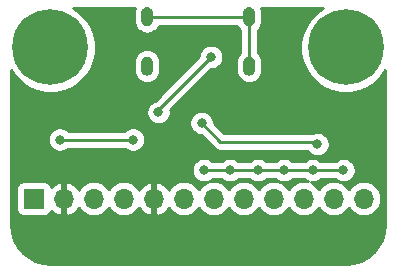
<source format=gbr>
G04 #@! TF.GenerationSoftware,KiCad,Pcbnew,(5.1.2-1)-1*
G04 #@! TF.CreationDate,2020-04-25T00:14:51+02:00*
G04 #@! TF.ProjectId,USB-C-USB-2.0,5553422d-432d-4555-9342-2d322e302e6b,rev?*
G04 #@! TF.SameCoordinates,Original*
G04 #@! TF.FileFunction,Copper,L2,Bot*
G04 #@! TF.FilePolarity,Positive*
%FSLAX46Y46*%
G04 Gerber Fmt 4.6, Leading zero omitted, Abs format (unit mm)*
G04 Created by KiCad (PCBNEW (5.1.2-1)-1) date 2020-04-25 00:14:51*
%MOMM*%
%LPD*%
G04 APERTURE LIST*
%ADD10O,1.700000X1.700000*%
%ADD11R,1.700000X1.700000*%
%ADD12C,0.100000*%
%ADD13C,1.000000*%
%ADD14C,6.400000*%
%ADD15C,0.800000*%
%ADD16C,0.250000*%
%ADD17C,0.254000*%
G04 APERTURE END LIST*
D10*
X68340000Y-77200000D03*
X65800000Y-77200000D03*
X63260000Y-77200000D03*
X60720000Y-77200000D03*
X58180000Y-77200000D03*
X55640000Y-77200000D03*
X53100000Y-77200000D03*
X50560000Y-77200000D03*
X48020000Y-77200000D03*
X45480000Y-77200000D03*
X42940000Y-77200000D03*
D11*
X40400000Y-77200000D03*
D12*
G36*
X58669010Y-61002408D02*
G01*
X58717546Y-61009607D01*
X58765143Y-61021530D01*
X58811343Y-61038060D01*
X58855699Y-61059039D01*
X58897786Y-61084265D01*
X58937198Y-61113495D01*
X58973554Y-61146447D01*
X59006506Y-61182803D01*
X59035736Y-61222215D01*
X59060962Y-61264302D01*
X59081941Y-61308658D01*
X59098471Y-61354858D01*
X59110394Y-61402455D01*
X59117593Y-61450991D01*
X59120001Y-61500000D01*
X59120001Y-62100000D01*
X59117593Y-62149009D01*
X59110394Y-62197545D01*
X59098471Y-62245142D01*
X59081941Y-62291342D01*
X59060962Y-62335698D01*
X59035736Y-62377785D01*
X59006506Y-62417197D01*
X58973554Y-62453553D01*
X58937198Y-62486505D01*
X58897786Y-62515735D01*
X58855699Y-62540961D01*
X58811343Y-62561940D01*
X58765143Y-62578470D01*
X58717546Y-62590393D01*
X58669010Y-62597592D01*
X58620001Y-62600000D01*
X58619999Y-62600000D01*
X58570990Y-62597592D01*
X58522454Y-62590393D01*
X58474857Y-62578470D01*
X58428657Y-62561940D01*
X58384301Y-62540961D01*
X58342214Y-62515735D01*
X58302802Y-62486505D01*
X58266446Y-62453553D01*
X58233494Y-62417197D01*
X58204264Y-62377785D01*
X58179038Y-62335698D01*
X58158059Y-62291342D01*
X58141529Y-62245142D01*
X58129606Y-62197545D01*
X58122407Y-62149009D01*
X58119999Y-62100000D01*
X58119999Y-61500000D01*
X58122407Y-61450991D01*
X58129606Y-61402455D01*
X58141529Y-61354858D01*
X58158059Y-61308658D01*
X58179038Y-61264302D01*
X58204264Y-61222215D01*
X58233494Y-61182803D01*
X58266446Y-61146447D01*
X58302802Y-61113495D01*
X58342214Y-61084265D01*
X58384301Y-61059039D01*
X58428657Y-61038060D01*
X58474857Y-61021530D01*
X58522454Y-61009607D01*
X58570990Y-61002408D01*
X58619999Y-61000000D01*
X58620001Y-61000000D01*
X58669010Y-61002408D01*
X58669010Y-61002408D01*
G37*
D13*
X58620000Y-61800000D03*
D12*
G36*
X50029010Y-61002408D02*
G01*
X50077546Y-61009607D01*
X50125143Y-61021530D01*
X50171343Y-61038060D01*
X50215699Y-61059039D01*
X50257786Y-61084265D01*
X50297198Y-61113495D01*
X50333554Y-61146447D01*
X50366506Y-61182803D01*
X50395736Y-61222215D01*
X50420962Y-61264302D01*
X50441941Y-61308658D01*
X50458471Y-61354858D01*
X50470394Y-61402455D01*
X50477593Y-61450991D01*
X50480001Y-61500000D01*
X50480001Y-62100000D01*
X50477593Y-62149009D01*
X50470394Y-62197545D01*
X50458471Y-62245142D01*
X50441941Y-62291342D01*
X50420962Y-62335698D01*
X50395736Y-62377785D01*
X50366506Y-62417197D01*
X50333554Y-62453553D01*
X50297198Y-62486505D01*
X50257786Y-62515735D01*
X50215699Y-62540961D01*
X50171343Y-62561940D01*
X50125143Y-62578470D01*
X50077546Y-62590393D01*
X50029010Y-62597592D01*
X49980001Y-62600000D01*
X49979999Y-62600000D01*
X49930990Y-62597592D01*
X49882454Y-62590393D01*
X49834857Y-62578470D01*
X49788657Y-62561940D01*
X49744301Y-62540961D01*
X49702214Y-62515735D01*
X49662802Y-62486505D01*
X49626446Y-62453553D01*
X49593494Y-62417197D01*
X49564264Y-62377785D01*
X49539038Y-62335698D01*
X49518059Y-62291342D01*
X49501529Y-62245142D01*
X49489606Y-62197545D01*
X49482407Y-62149009D01*
X49479999Y-62100000D01*
X49479999Y-61500000D01*
X49482407Y-61450991D01*
X49489606Y-61402455D01*
X49501529Y-61354858D01*
X49518059Y-61308658D01*
X49539038Y-61264302D01*
X49564264Y-61222215D01*
X49593494Y-61182803D01*
X49626446Y-61146447D01*
X49662802Y-61113495D01*
X49702214Y-61084265D01*
X49744301Y-61059039D01*
X49788657Y-61038060D01*
X49834857Y-61021530D01*
X49882454Y-61009607D01*
X49930990Y-61002408D01*
X49979999Y-61000000D01*
X49980001Y-61000000D01*
X50029010Y-61002408D01*
X50029010Y-61002408D01*
G37*
D13*
X49980000Y-61800000D03*
D12*
G36*
X50029010Y-65182408D02*
G01*
X50077546Y-65189607D01*
X50125143Y-65201530D01*
X50171343Y-65218060D01*
X50215699Y-65239039D01*
X50257786Y-65264265D01*
X50297198Y-65293495D01*
X50333554Y-65326447D01*
X50366506Y-65362803D01*
X50395736Y-65402215D01*
X50420962Y-65444302D01*
X50441941Y-65488658D01*
X50458471Y-65534858D01*
X50470394Y-65582455D01*
X50477593Y-65630991D01*
X50480001Y-65680000D01*
X50480001Y-66280000D01*
X50477593Y-66329009D01*
X50470394Y-66377545D01*
X50458471Y-66425142D01*
X50441941Y-66471342D01*
X50420962Y-66515698D01*
X50395736Y-66557785D01*
X50366506Y-66597197D01*
X50333554Y-66633553D01*
X50297198Y-66666505D01*
X50257786Y-66695735D01*
X50215699Y-66720961D01*
X50171343Y-66741940D01*
X50125143Y-66758470D01*
X50077546Y-66770393D01*
X50029010Y-66777592D01*
X49980001Y-66780000D01*
X49979999Y-66780000D01*
X49930990Y-66777592D01*
X49882454Y-66770393D01*
X49834857Y-66758470D01*
X49788657Y-66741940D01*
X49744301Y-66720961D01*
X49702214Y-66695735D01*
X49662802Y-66666505D01*
X49626446Y-66633553D01*
X49593494Y-66597197D01*
X49564264Y-66557785D01*
X49539038Y-66515698D01*
X49518059Y-66471342D01*
X49501529Y-66425142D01*
X49489606Y-66377545D01*
X49482407Y-66329009D01*
X49479999Y-66280000D01*
X49479999Y-65680000D01*
X49482407Y-65630991D01*
X49489606Y-65582455D01*
X49501529Y-65534858D01*
X49518059Y-65488658D01*
X49539038Y-65444302D01*
X49564264Y-65402215D01*
X49593494Y-65362803D01*
X49626446Y-65326447D01*
X49662802Y-65293495D01*
X49702214Y-65264265D01*
X49744301Y-65239039D01*
X49788657Y-65218060D01*
X49834857Y-65201530D01*
X49882454Y-65189607D01*
X49930990Y-65182408D01*
X49979999Y-65180000D01*
X49980001Y-65180000D01*
X50029010Y-65182408D01*
X50029010Y-65182408D01*
G37*
D13*
X49980000Y-65980000D03*
D12*
G36*
X58669010Y-65182408D02*
G01*
X58717546Y-65189607D01*
X58765143Y-65201530D01*
X58811343Y-65218060D01*
X58855699Y-65239039D01*
X58897786Y-65264265D01*
X58937198Y-65293495D01*
X58973554Y-65326447D01*
X59006506Y-65362803D01*
X59035736Y-65402215D01*
X59060962Y-65444302D01*
X59081941Y-65488658D01*
X59098471Y-65534858D01*
X59110394Y-65582455D01*
X59117593Y-65630991D01*
X59120001Y-65680000D01*
X59120001Y-66280000D01*
X59117593Y-66329009D01*
X59110394Y-66377545D01*
X59098471Y-66425142D01*
X59081941Y-66471342D01*
X59060962Y-66515698D01*
X59035736Y-66557785D01*
X59006506Y-66597197D01*
X58973554Y-66633553D01*
X58937198Y-66666505D01*
X58897786Y-66695735D01*
X58855699Y-66720961D01*
X58811343Y-66741940D01*
X58765143Y-66758470D01*
X58717546Y-66770393D01*
X58669010Y-66777592D01*
X58620001Y-66780000D01*
X58619999Y-66780000D01*
X58570990Y-66777592D01*
X58522454Y-66770393D01*
X58474857Y-66758470D01*
X58428657Y-66741940D01*
X58384301Y-66720961D01*
X58342214Y-66695735D01*
X58302802Y-66666505D01*
X58266446Y-66633553D01*
X58233494Y-66597197D01*
X58204264Y-66557785D01*
X58179038Y-66515698D01*
X58158059Y-66471342D01*
X58141529Y-66425142D01*
X58129606Y-66377545D01*
X58122407Y-66329009D01*
X58119999Y-66280000D01*
X58119999Y-65680000D01*
X58122407Y-65630991D01*
X58129606Y-65582455D01*
X58141529Y-65534858D01*
X58158059Y-65488658D01*
X58179038Y-65444302D01*
X58204264Y-65402215D01*
X58233494Y-65362803D01*
X58266446Y-65326447D01*
X58302802Y-65293495D01*
X58342214Y-65264265D01*
X58384301Y-65239039D01*
X58428657Y-65218060D01*
X58474857Y-65201530D01*
X58522454Y-65189607D01*
X58570990Y-65182408D01*
X58619999Y-65180000D01*
X58620001Y-65180000D01*
X58669010Y-65182408D01*
X58669010Y-65182408D01*
G37*
D13*
X58620000Y-65980000D03*
D14*
X66800000Y-64400000D03*
D15*
X43497056Y-62702944D03*
X41800000Y-62000000D03*
X40102944Y-62702944D03*
X39400000Y-64400000D03*
X40102944Y-66097056D03*
X41800000Y-66800000D03*
X43497056Y-66097056D03*
X44200000Y-64400000D03*
D14*
X41800000Y-64400000D03*
D15*
X53900000Y-73900000D03*
X43100000Y-73850000D03*
D13*
X52400000Y-65200000D03*
X56800000Y-65200000D03*
D15*
X55400000Y-65200000D03*
X50941904Y-69887510D03*
X48800000Y-72200000D03*
X42600000Y-72200000D03*
X57000000Y-74800000D03*
X59400000Y-74800000D03*
X61600000Y-74800000D03*
X64000000Y-74800000D03*
X66600000Y-74800000D03*
X54800000Y-74800000D03*
X64400000Y-72600000D03*
X54600000Y-70800000D03*
D16*
X55400000Y-65200000D02*
X50941904Y-69658096D01*
X50941904Y-69658096D02*
X50941904Y-69887510D01*
X42600000Y-72200000D02*
X48800000Y-72200000D01*
X56800000Y-74800000D02*
X57000000Y-74800000D01*
X57000000Y-74800000D02*
X59400000Y-74800000D01*
X59400000Y-74800000D02*
X60800000Y-74800000D01*
X60800000Y-74800000D02*
X61600000Y-74800000D01*
X61600000Y-74800000D02*
X64000000Y-74800000D01*
X64000000Y-74800000D02*
X66600000Y-74800000D01*
X57000000Y-74800000D02*
X56434315Y-74800000D01*
X56434315Y-74800000D02*
X54800000Y-74800000D01*
X58620000Y-61800000D02*
X49980000Y-61800000D01*
X58620000Y-65600000D02*
X58620000Y-61800000D01*
X64200000Y-72400000D02*
X64400000Y-72600000D01*
X62673002Y-72400000D02*
X64200000Y-72400000D01*
X62673002Y-72400000D02*
X56200000Y-72400000D01*
X56200000Y-72400000D02*
X54600000Y-70800000D01*
D17*
G36*
X48928558Y-61064479D02*
G01*
X48863795Y-61277973D01*
X48841927Y-61500000D01*
X48841927Y-62100000D01*
X48863795Y-62322027D01*
X48928558Y-62535521D01*
X49033727Y-62732279D01*
X49175261Y-62904738D01*
X49347720Y-63046272D01*
X49544478Y-63151441D01*
X49757972Y-63216204D01*
X49979999Y-63238072D01*
X49980001Y-63238072D01*
X50202028Y-63216204D01*
X50415522Y-63151441D01*
X50612280Y-63046272D01*
X50784739Y-62904738D01*
X50926273Y-62732279D01*
X51018358Y-62560000D01*
X57581642Y-62560000D01*
X57673727Y-62732279D01*
X57815261Y-62904738D01*
X57860001Y-62941455D01*
X57860000Y-64838545D01*
X57815261Y-64875262D01*
X57673727Y-65047721D01*
X57568558Y-65244479D01*
X57503795Y-65457973D01*
X57481927Y-65680000D01*
X57481927Y-66280000D01*
X57503795Y-66502027D01*
X57568558Y-66715521D01*
X57673727Y-66912279D01*
X57815261Y-67084738D01*
X57987720Y-67226272D01*
X58184478Y-67331441D01*
X58397972Y-67396204D01*
X58619999Y-67418072D01*
X58620001Y-67418072D01*
X58842028Y-67396204D01*
X59055522Y-67331441D01*
X59252280Y-67226272D01*
X59424739Y-67084738D01*
X59566273Y-66912279D01*
X59671442Y-66715521D01*
X59736205Y-66502027D01*
X59758073Y-66280000D01*
X59758073Y-65680000D01*
X59736205Y-65457973D01*
X59671442Y-65244479D01*
X59566273Y-65047721D01*
X59424739Y-64875262D01*
X59380000Y-64838546D01*
X59380000Y-62941454D01*
X59424739Y-62904738D01*
X59566273Y-62732279D01*
X59671442Y-62535521D01*
X59736205Y-62322027D01*
X59758073Y-62100000D01*
X59758073Y-61500000D01*
X59736205Y-61277973D01*
X59671442Y-61064479D01*
X59669048Y-61060000D01*
X64895845Y-61060000D01*
X64355330Y-61421161D01*
X63821161Y-61955330D01*
X63401467Y-62583446D01*
X63112377Y-63281372D01*
X62965000Y-64022285D01*
X62965000Y-64777715D01*
X63112377Y-65518628D01*
X63401467Y-66216554D01*
X63821161Y-66844670D01*
X64355330Y-67378839D01*
X64983446Y-67798533D01*
X65681372Y-68087623D01*
X66422285Y-68235000D01*
X67177715Y-68235000D01*
X67918628Y-68087623D01*
X68616554Y-67798533D01*
X69244670Y-67378839D01*
X69778839Y-66844670D01*
X70140001Y-66304153D01*
X70140000Y-79367721D01*
X70073286Y-80048126D01*
X69885057Y-80671570D01*
X69579323Y-81246573D01*
X69167721Y-81751248D01*
X68665933Y-82166362D01*
X68093077Y-82476104D01*
X67470961Y-82668682D01*
X66792417Y-82740000D01*
X41832279Y-82740000D01*
X41151874Y-82673286D01*
X40528430Y-82485057D01*
X39953427Y-82179323D01*
X39448752Y-81767721D01*
X39033638Y-81265933D01*
X38723896Y-80693077D01*
X38531318Y-80070961D01*
X38460000Y-79392417D01*
X38460000Y-76350000D01*
X38911928Y-76350000D01*
X38911928Y-78050000D01*
X38924188Y-78174482D01*
X38960498Y-78294180D01*
X39019463Y-78404494D01*
X39098815Y-78501185D01*
X39195506Y-78580537D01*
X39305820Y-78639502D01*
X39425518Y-78675812D01*
X39550000Y-78688072D01*
X41250000Y-78688072D01*
X41374482Y-78675812D01*
X41494180Y-78639502D01*
X41604494Y-78580537D01*
X41701185Y-78501185D01*
X41780537Y-78404494D01*
X41839502Y-78294180D01*
X41863966Y-78213534D01*
X41939731Y-78297588D01*
X42173080Y-78471641D01*
X42435901Y-78596825D01*
X42583110Y-78641476D01*
X42813000Y-78520155D01*
X42813000Y-77327000D01*
X42793000Y-77327000D01*
X42793000Y-77073000D01*
X42813000Y-77073000D01*
X42813000Y-75879845D01*
X43067000Y-75879845D01*
X43067000Y-77073000D01*
X43087000Y-77073000D01*
X43087000Y-77327000D01*
X43067000Y-77327000D01*
X43067000Y-78520155D01*
X43296890Y-78641476D01*
X43444099Y-78596825D01*
X43706920Y-78471641D01*
X43940269Y-78297588D01*
X44135178Y-78081355D01*
X44204799Y-77964477D01*
X44239294Y-78029014D01*
X44424866Y-78255134D01*
X44650986Y-78440706D01*
X44908966Y-78578599D01*
X45188889Y-78663513D01*
X45407050Y-78685000D01*
X45552950Y-78685000D01*
X45771111Y-78663513D01*
X46051034Y-78578599D01*
X46309014Y-78440706D01*
X46535134Y-78255134D01*
X46720706Y-78029014D01*
X46750000Y-77974209D01*
X46779294Y-78029014D01*
X46964866Y-78255134D01*
X47190986Y-78440706D01*
X47448966Y-78578599D01*
X47728889Y-78663513D01*
X47947050Y-78685000D01*
X48092950Y-78685000D01*
X48311111Y-78663513D01*
X48591034Y-78578599D01*
X48849014Y-78440706D01*
X49075134Y-78255134D01*
X49260706Y-78029014D01*
X49295201Y-77964477D01*
X49364822Y-78081355D01*
X49559731Y-78297588D01*
X49793080Y-78471641D01*
X50055901Y-78596825D01*
X50203110Y-78641476D01*
X50433000Y-78520155D01*
X50433000Y-77327000D01*
X50413000Y-77327000D01*
X50413000Y-77073000D01*
X50433000Y-77073000D01*
X50433000Y-75879845D01*
X50687000Y-75879845D01*
X50687000Y-77073000D01*
X50707000Y-77073000D01*
X50707000Y-77327000D01*
X50687000Y-77327000D01*
X50687000Y-78520155D01*
X50916890Y-78641476D01*
X51064099Y-78596825D01*
X51326920Y-78471641D01*
X51560269Y-78297588D01*
X51755178Y-78081355D01*
X51824799Y-77964477D01*
X51859294Y-78029014D01*
X52044866Y-78255134D01*
X52270986Y-78440706D01*
X52528966Y-78578599D01*
X52808889Y-78663513D01*
X53027050Y-78685000D01*
X53172950Y-78685000D01*
X53391111Y-78663513D01*
X53671034Y-78578599D01*
X53929014Y-78440706D01*
X54155134Y-78255134D01*
X54340706Y-78029014D01*
X54370000Y-77974209D01*
X54399294Y-78029014D01*
X54584866Y-78255134D01*
X54810986Y-78440706D01*
X55068966Y-78578599D01*
X55348889Y-78663513D01*
X55567050Y-78685000D01*
X55712950Y-78685000D01*
X55931111Y-78663513D01*
X56211034Y-78578599D01*
X56469014Y-78440706D01*
X56695134Y-78255134D01*
X56880706Y-78029014D01*
X56910000Y-77974209D01*
X56939294Y-78029014D01*
X57124866Y-78255134D01*
X57350986Y-78440706D01*
X57608966Y-78578599D01*
X57888889Y-78663513D01*
X58107050Y-78685000D01*
X58252950Y-78685000D01*
X58471111Y-78663513D01*
X58751034Y-78578599D01*
X59009014Y-78440706D01*
X59235134Y-78255134D01*
X59420706Y-78029014D01*
X59450000Y-77974209D01*
X59479294Y-78029014D01*
X59664866Y-78255134D01*
X59890986Y-78440706D01*
X60148966Y-78578599D01*
X60428889Y-78663513D01*
X60647050Y-78685000D01*
X60792950Y-78685000D01*
X61011111Y-78663513D01*
X61291034Y-78578599D01*
X61549014Y-78440706D01*
X61775134Y-78255134D01*
X61960706Y-78029014D01*
X61990000Y-77974209D01*
X62019294Y-78029014D01*
X62204866Y-78255134D01*
X62430986Y-78440706D01*
X62688966Y-78578599D01*
X62968889Y-78663513D01*
X63187050Y-78685000D01*
X63332950Y-78685000D01*
X63551111Y-78663513D01*
X63831034Y-78578599D01*
X64089014Y-78440706D01*
X64315134Y-78255134D01*
X64500706Y-78029014D01*
X64530000Y-77974209D01*
X64559294Y-78029014D01*
X64744866Y-78255134D01*
X64970986Y-78440706D01*
X65228966Y-78578599D01*
X65508889Y-78663513D01*
X65727050Y-78685000D01*
X65872950Y-78685000D01*
X66091111Y-78663513D01*
X66371034Y-78578599D01*
X66629014Y-78440706D01*
X66855134Y-78255134D01*
X67040706Y-78029014D01*
X67070000Y-77974209D01*
X67099294Y-78029014D01*
X67284866Y-78255134D01*
X67510986Y-78440706D01*
X67768966Y-78578599D01*
X68048889Y-78663513D01*
X68267050Y-78685000D01*
X68412950Y-78685000D01*
X68631111Y-78663513D01*
X68911034Y-78578599D01*
X69169014Y-78440706D01*
X69395134Y-78255134D01*
X69580706Y-78029014D01*
X69718599Y-77771034D01*
X69803513Y-77491111D01*
X69832185Y-77200000D01*
X69803513Y-76908889D01*
X69718599Y-76628966D01*
X69580706Y-76370986D01*
X69395134Y-76144866D01*
X69169014Y-75959294D01*
X68911034Y-75821401D01*
X68631111Y-75736487D01*
X68412950Y-75715000D01*
X68267050Y-75715000D01*
X68048889Y-75736487D01*
X67768966Y-75821401D01*
X67510986Y-75959294D01*
X67284866Y-76144866D01*
X67099294Y-76370986D01*
X67070000Y-76425791D01*
X67040706Y-76370986D01*
X66855134Y-76144866D01*
X66629014Y-75959294D01*
X66371034Y-75821401D01*
X66091111Y-75736487D01*
X65872950Y-75715000D01*
X65727050Y-75715000D01*
X65508889Y-75736487D01*
X65228966Y-75821401D01*
X64970986Y-75959294D01*
X64744866Y-76144866D01*
X64559294Y-76370986D01*
X64530000Y-76425791D01*
X64500706Y-76370986D01*
X64315134Y-76144866D01*
X64089014Y-75959294D01*
X63831828Y-75821826D01*
X63898061Y-75835000D01*
X64101939Y-75835000D01*
X64301898Y-75795226D01*
X64490256Y-75717205D01*
X64659774Y-75603937D01*
X64703711Y-75560000D01*
X65896289Y-75560000D01*
X65940226Y-75603937D01*
X66109744Y-75717205D01*
X66298102Y-75795226D01*
X66498061Y-75835000D01*
X66701939Y-75835000D01*
X66901898Y-75795226D01*
X67090256Y-75717205D01*
X67259774Y-75603937D01*
X67403937Y-75459774D01*
X67517205Y-75290256D01*
X67595226Y-75101898D01*
X67635000Y-74901939D01*
X67635000Y-74698061D01*
X67595226Y-74498102D01*
X67517205Y-74309744D01*
X67403937Y-74140226D01*
X67259774Y-73996063D01*
X67090256Y-73882795D01*
X66901898Y-73804774D01*
X66701939Y-73765000D01*
X66498061Y-73765000D01*
X66298102Y-73804774D01*
X66109744Y-73882795D01*
X65940226Y-73996063D01*
X65896289Y-74040000D01*
X64703711Y-74040000D01*
X64659774Y-73996063D01*
X64490256Y-73882795D01*
X64301898Y-73804774D01*
X64101939Y-73765000D01*
X63898061Y-73765000D01*
X63698102Y-73804774D01*
X63509744Y-73882795D01*
X63340226Y-73996063D01*
X63296289Y-74040000D01*
X62303711Y-74040000D01*
X62259774Y-73996063D01*
X62090256Y-73882795D01*
X61901898Y-73804774D01*
X61701939Y-73765000D01*
X61498061Y-73765000D01*
X61298102Y-73804774D01*
X61109744Y-73882795D01*
X60940226Y-73996063D01*
X60896289Y-74040000D01*
X60103711Y-74040000D01*
X60059774Y-73996063D01*
X59890256Y-73882795D01*
X59701898Y-73804774D01*
X59501939Y-73765000D01*
X59298061Y-73765000D01*
X59098102Y-73804774D01*
X58909744Y-73882795D01*
X58740226Y-73996063D01*
X58696289Y-74040000D01*
X57703711Y-74040000D01*
X57659774Y-73996063D01*
X57490256Y-73882795D01*
X57301898Y-73804774D01*
X57101939Y-73765000D01*
X56898061Y-73765000D01*
X56698102Y-73804774D01*
X56509744Y-73882795D01*
X56340226Y-73996063D01*
X56296289Y-74040000D01*
X55503711Y-74040000D01*
X55459774Y-73996063D01*
X55290256Y-73882795D01*
X55101898Y-73804774D01*
X54901939Y-73765000D01*
X54698061Y-73765000D01*
X54498102Y-73804774D01*
X54309744Y-73882795D01*
X54140226Y-73996063D01*
X53996063Y-74140226D01*
X53882795Y-74309744D01*
X53804774Y-74498102D01*
X53765000Y-74698061D01*
X53765000Y-74901939D01*
X53804774Y-75101898D01*
X53882795Y-75290256D01*
X53996063Y-75459774D01*
X54140226Y-75603937D01*
X54309744Y-75717205D01*
X54498102Y-75795226D01*
X54698061Y-75835000D01*
X54901939Y-75835000D01*
X55101898Y-75795226D01*
X55290256Y-75717205D01*
X55459774Y-75603937D01*
X55503711Y-75560000D01*
X56296289Y-75560000D01*
X56340226Y-75603937D01*
X56509744Y-75717205D01*
X56698102Y-75795226D01*
X56898061Y-75835000D01*
X57101939Y-75835000D01*
X57301898Y-75795226D01*
X57490256Y-75717205D01*
X57659774Y-75603937D01*
X57703711Y-75560000D01*
X58696289Y-75560000D01*
X58740226Y-75603937D01*
X58909744Y-75717205D01*
X59098102Y-75795226D01*
X59298061Y-75835000D01*
X59501939Y-75835000D01*
X59701898Y-75795226D01*
X59890256Y-75717205D01*
X60059774Y-75603937D01*
X60103711Y-75560000D01*
X60896289Y-75560000D01*
X60940226Y-75603937D01*
X61109744Y-75717205D01*
X61298102Y-75795226D01*
X61498061Y-75835000D01*
X61701939Y-75835000D01*
X61901898Y-75795226D01*
X62090256Y-75717205D01*
X62259774Y-75603937D01*
X62303711Y-75560000D01*
X63296289Y-75560000D01*
X63340226Y-75603937D01*
X63509744Y-75717205D01*
X63570477Y-75742362D01*
X63551111Y-75736487D01*
X63332950Y-75715000D01*
X63187050Y-75715000D01*
X62968889Y-75736487D01*
X62688966Y-75821401D01*
X62430986Y-75959294D01*
X62204866Y-76144866D01*
X62019294Y-76370986D01*
X61990000Y-76425791D01*
X61960706Y-76370986D01*
X61775134Y-76144866D01*
X61549014Y-75959294D01*
X61291034Y-75821401D01*
X61011111Y-75736487D01*
X60792950Y-75715000D01*
X60647050Y-75715000D01*
X60428889Y-75736487D01*
X60148966Y-75821401D01*
X59890986Y-75959294D01*
X59664866Y-76144866D01*
X59479294Y-76370986D01*
X59450000Y-76425791D01*
X59420706Y-76370986D01*
X59235134Y-76144866D01*
X59009014Y-75959294D01*
X58751034Y-75821401D01*
X58471111Y-75736487D01*
X58252950Y-75715000D01*
X58107050Y-75715000D01*
X57888889Y-75736487D01*
X57608966Y-75821401D01*
X57350986Y-75959294D01*
X57124866Y-76144866D01*
X56939294Y-76370986D01*
X56910000Y-76425791D01*
X56880706Y-76370986D01*
X56695134Y-76144866D01*
X56469014Y-75959294D01*
X56211034Y-75821401D01*
X55931111Y-75736487D01*
X55712950Y-75715000D01*
X55567050Y-75715000D01*
X55348889Y-75736487D01*
X55068966Y-75821401D01*
X54810986Y-75959294D01*
X54584866Y-76144866D01*
X54399294Y-76370986D01*
X54370000Y-76425791D01*
X54340706Y-76370986D01*
X54155134Y-76144866D01*
X53929014Y-75959294D01*
X53671034Y-75821401D01*
X53391111Y-75736487D01*
X53172950Y-75715000D01*
X53027050Y-75715000D01*
X52808889Y-75736487D01*
X52528966Y-75821401D01*
X52270986Y-75959294D01*
X52044866Y-76144866D01*
X51859294Y-76370986D01*
X51824799Y-76435523D01*
X51755178Y-76318645D01*
X51560269Y-76102412D01*
X51326920Y-75928359D01*
X51064099Y-75803175D01*
X50916890Y-75758524D01*
X50687000Y-75879845D01*
X50433000Y-75879845D01*
X50203110Y-75758524D01*
X50055901Y-75803175D01*
X49793080Y-75928359D01*
X49559731Y-76102412D01*
X49364822Y-76318645D01*
X49295201Y-76435523D01*
X49260706Y-76370986D01*
X49075134Y-76144866D01*
X48849014Y-75959294D01*
X48591034Y-75821401D01*
X48311111Y-75736487D01*
X48092950Y-75715000D01*
X47947050Y-75715000D01*
X47728889Y-75736487D01*
X47448966Y-75821401D01*
X47190986Y-75959294D01*
X46964866Y-76144866D01*
X46779294Y-76370986D01*
X46750000Y-76425791D01*
X46720706Y-76370986D01*
X46535134Y-76144866D01*
X46309014Y-75959294D01*
X46051034Y-75821401D01*
X45771111Y-75736487D01*
X45552950Y-75715000D01*
X45407050Y-75715000D01*
X45188889Y-75736487D01*
X44908966Y-75821401D01*
X44650986Y-75959294D01*
X44424866Y-76144866D01*
X44239294Y-76370986D01*
X44204799Y-76435523D01*
X44135178Y-76318645D01*
X43940269Y-76102412D01*
X43706920Y-75928359D01*
X43444099Y-75803175D01*
X43296890Y-75758524D01*
X43067000Y-75879845D01*
X42813000Y-75879845D01*
X42583110Y-75758524D01*
X42435901Y-75803175D01*
X42173080Y-75928359D01*
X41939731Y-76102412D01*
X41863966Y-76186466D01*
X41839502Y-76105820D01*
X41780537Y-75995506D01*
X41701185Y-75898815D01*
X41604494Y-75819463D01*
X41494180Y-75760498D01*
X41374482Y-75724188D01*
X41250000Y-75711928D01*
X39550000Y-75711928D01*
X39425518Y-75724188D01*
X39305820Y-75760498D01*
X39195506Y-75819463D01*
X39098815Y-75898815D01*
X39019463Y-75995506D01*
X38960498Y-76105820D01*
X38924188Y-76225518D01*
X38911928Y-76350000D01*
X38460000Y-76350000D01*
X38460000Y-72098061D01*
X41565000Y-72098061D01*
X41565000Y-72301939D01*
X41604774Y-72501898D01*
X41682795Y-72690256D01*
X41796063Y-72859774D01*
X41940226Y-73003937D01*
X42109744Y-73117205D01*
X42298102Y-73195226D01*
X42498061Y-73235000D01*
X42701939Y-73235000D01*
X42901898Y-73195226D01*
X43090256Y-73117205D01*
X43259774Y-73003937D01*
X43303711Y-72960000D01*
X48096289Y-72960000D01*
X48140226Y-73003937D01*
X48309744Y-73117205D01*
X48498102Y-73195226D01*
X48698061Y-73235000D01*
X48901939Y-73235000D01*
X49101898Y-73195226D01*
X49290256Y-73117205D01*
X49459774Y-73003937D01*
X49603937Y-72859774D01*
X49717205Y-72690256D01*
X49795226Y-72501898D01*
X49835000Y-72301939D01*
X49835000Y-72098061D01*
X49795226Y-71898102D01*
X49717205Y-71709744D01*
X49603937Y-71540226D01*
X49459774Y-71396063D01*
X49290256Y-71282795D01*
X49101898Y-71204774D01*
X48901939Y-71165000D01*
X48698061Y-71165000D01*
X48498102Y-71204774D01*
X48309744Y-71282795D01*
X48140226Y-71396063D01*
X48096289Y-71440000D01*
X43303711Y-71440000D01*
X43259774Y-71396063D01*
X43090256Y-71282795D01*
X42901898Y-71204774D01*
X42701939Y-71165000D01*
X42498061Y-71165000D01*
X42298102Y-71204774D01*
X42109744Y-71282795D01*
X41940226Y-71396063D01*
X41796063Y-71540226D01*
X41682795Y-71709744D01*
X41604774Y-71898102D01*
X41565000Y-72098061D01*
X38460000Y-72098061D01*
X38460000Y-69785571D01*
X49906904Y-69785571D01*
X49906904Y-69989449D01*
X49946678Y-70189408D01*
X50024699Y-70377766D01*
X50137967Y-70547284D01*
X50282130Y-70691447D01*
X50451648Y-70804715D01*
X50640006Y-70882736D01*
X50839965Y-70922510D01*
X51043843Y-70922510D01*
X51243802Y-70882736D01*
X51432160Y-70804715D01*
X51591779Y-70698061D01*
X53565000Y-70698061D01*
X53565000Y-70901939D01*
X53604774Y-71101898D01*
X53682795Y-71290256D01*
X53796063Y-71459774D01*
X53940226Y-71603937D01*
X54109744Y-71717205D01*
X54298102Y-71795226D01*
X54498061Y-71835000D01*
X54560199Y-71835000D01*
X55636200Y-72911002D01*
X55659999Y-72940001D01*
X55775724Y-73034974D01*
X55907753Y-73105546D01*
X56051014Y-73149003D01*
X56162667Y-73160000D01*
X56162675Y-73160000D01*
X56200000Y-73163676D01*
X56237325Y-73160000D01*
X63529396Y-73160000D01*
X63596063Y-73259774D01*
X63740226Y-73403937D01*
X63909744Y-73517205D01*
X64098102Y-73595226D01*
X64298061Y-73635000D01*
X64501939Y-73635000D01*
X64701898Y-73595226D01*
X64890256Y-73517205D01*
X65059774Y-73403937D01*
X65203937Y-73259774D01*
X65317205Y-73090256D01*
X65395226Y-72901898D01*
X65435000Y-72701939D01*
X65435000Y-72498061D01*
X65395226Y-72298102D01*
X65317205Y-72109744D01*
X65203937Y-71940226D01*
X65059774Y-71796063D01*
X64890256Y-71682795D01*
X64701898Y-71604774D01*
X64501939Y-71565000D01*
X64298061Y-71565000D01*
X64098102Y-71604774D01*
X64013060Y-71640000D01*
X56514802Y-71640000D01*
X55635000Y-70760199D01*
X55635000Y-70698061D01*
X55595226Y-70498102D01*
X55517205Y-70309744D01*
X55403937Y-70140226D01*
X55259774Y-69996063D01*
X55090256Y-69882795D01*
X54901898Y-69804774D01*
X54701939Y-69765000D01*
X54498061Y-69765000D01*
X54298102Y-69804774D01*
X54109744Y-69882795D01*
X53940226Y-69996063D01*
X53796063Y-70140226D01*
X53682795Y-70309744D01*
X53604774Y-70498102D01*
X53565000Y-70698061D01*
X51591779Y-70698061D01*
X51601678Y-70691447D01*
X51745841Y-70547284D01*
X51859109Y-70377766D01*
X51937130Y-70189408D01*
X51976904Y-69989449D01*
X51976904Y-69785571D01*
X51962358Y-69712443D01*
X55439802Y-66235000D01*
X55501939Y-66235000D01*
X55701898Y-66195226D01*
X55890256Y-66117205D01*
X56059774Y-66003937D01*
X56203937Y-65859774D01*
X56317205Y-65690256D01*
X56395226Y-65501898D01*
X56435000Y-65301939D01*
X56435000Y-65098061D01*
X56395226Y-64898102D01*
X56317205Y-64709744D01*
X56203937Y-64540226D01*
X56059774Y-64396063D01*
X55890256Y-64282795D01*
X55701898Y-64204774D01*
X55501939Y-64165000D01*
X55298061Y-64165000D01*
X55098102Y-64204774D01*
X54909744Y-64282795D01*
X54740226Y-64396063D01*
X54596063Y-64540226D01*
X54482795Y-64709744D01*
X54404774Y-64898102D01*
X54365000Y-65098061D01*
X54365000Y-65160198D01*
X50627901Y-68897298D01*
X50451648Y-68970305D01*
X50282130Y-69083573D01*
X50137967Y-69227736D01*
X50024699Y-69397254D01*
X49946678Y-69585612D01*
X49906904Y-69785571D01*
X38460000Y-69785571D01*
X38460000Y-66304155D01*
X38821161Y-66844670D01*
X39355330Y-67378839D01*
X39983446Y-67798533D01*
X40681372Y-68087623D01*
X41422285Y-68235000D01*
X42177715Y-68235000D01*
X42918628Y-68087623D01*
X43616554Y-67798533D01*
X44244670Y-67378839D01*
X44778839Y-66844670D01*
X45198533Y-66216554D01*
X45420780Y-65680000D01*
X48841927Y-65680000D01*
X48841927Y-66280000D01*
X48863795Y-66502027D01*
X48928558Y-66715521D01*
X49033727Y-66912279D01*
X49175261Y-67084738D01*
X49347720Y-67226272D01*
X49544478Y-67331441D01*
X49757972Y-67396204D01*
X49979999Y-67418072D01*
X49980001Y-67418072D01*
X50202028Y-67396204D01*
X50415522Y-67331441D01*
X50612280Y-67226272D01*
X50784739Y-67084738D01*
X50926273Y-66912279D01*
X51031442Y-66715521D01*
X51096205Y-66502027D01*
X51118073Y-66280000D01*
X51118073Y-65680000D01*
X51096205Y-65457973D01*
X51031442Y-65244479D01*
X50926273Y-65047721D01*
X50784739Y-64875262D01*
X50612280Y-64733728D01*
X50415522Y-64628559D01*
X50202028Y-64563796D01*
X49980001Y-64541928D01*
X49979999Y-64541928D01*
X49757972Y-64563796D01*
X49544478Y-64628559D01*
X49347720Y-64733728D01*
X49175261Y-64875262D01*
X49033727Y-65047721D01*
X48928558Y-65244479D01*
X48863795Y-65457973D01*
X48841927Y-65680000D01*
X45420780Y-65680000D01*
X45487623Y-65518628D01*
X45635000Y-64777715D01*
X45635000Y-64022285D01*
X45487623Y-63281372D01*
X45198533Y-62583446D01*
X44778839Y-61955330D01*
X44244670Y-61421161D01*
X43704155Y-61060000D01*
X48930952Y-61060000D01*
X48928558Y-61064479D01*
X48928558Y-61064479D01*
G37*
X48928558Y-61064479D02*
X48863795Y-61277973D01*
X48841927Y-61500000D01*
X48841927Y-62100000D01*
X48863795Y-62322027D01*
X48928558Y-62535521D01*
X49033727Y-62732279D01*
X49175261Y-62904738D01*
X49347720Y-63046272D01*
X49544478Y-63151441D01*
X49757972Y-63216204D01*
X49979999Y-63238072D01*
X49980001Y-63238072D01*
X50202028Y-63216204D01*
X50415522Y-63151441D01*
X50612280Y-63046272D01*
X50784739Y-62904738D01*
X50926273Y-62732279D01*
X51018358Y-62560000D01*
X57581642Y-62560000D01*
X57673727Y-62732279D01*
X57815261Y-62904738D01*
X57860001Y-62941455D01*
X57860000Y-64838545D01*
X57815261Y-64875262D01*
X57673727Y-65047721D01*
X57568558Y-65244479D01*
X57503795Y-65457973D01*
X57481927Y-65680000D01*
X57481927Y-66280000D01*
X57503795Y-66502027D01*
X57568558Y-66715521D01*
X57673727Y-66912279D01*
X57815261Y-67084738D01*
X57987720Y-67226272D01*
X58184478Y-67331441D01*
X58397972Y-67396204D01*
X58619999Y-67418072D01*
X58620001Y-67418072D01*
X58842028Y-67396204D01*
X59055522Y-67331441D01*
X59252280Y-67226272D01*
X59424739Y-67084738D01*
X59566273Y-66912279D01*
X59671442Y-66715521D01*
X59736205Y-66502027D01*
X59758073Y-66280000D01*
X59758073Y-65680000D01*
X59736205Y-65457973D01*
X59671442Y-65244479D01*
X59566273Y-65047721D01*
X59424739Y-64875262D01*
X59380000Y-64838546D01*
X59380000Y-62941454D01*
X59424739Y-62904738D01*
X59566273Y-62732279D01*
X59671442Y-62535521D01*
X59736205Y-62322027D01*
X59758073Y-62100000D01*
X59758073Y-61500000D01*
X59736205Y-61277973D01*
X59671442Y-61064479D01*
X59669048Y-61060000D01*
X64895845Y-61060000D01*
X64355330Y-61421161D01*
X63821161Y-61955330D01*
X63401467Y-62583446D01*
X63112377Y-63281372D01*
X62965000Y-64022285D01*
X62965000Y-64777715D01*
X63112377Y-65518628D01*
X63401467Y-66216554D01*
X63821161Y-66844670D01*
X64355330Y-67378839D01*
X64983446Y-67798533D01*
X65681372Y-68087623D01*
X66422285Y-68235000D01*
X67177715Y-68235000D01*
X67918628Y-68087623D01*
X68616554Y-67798533D01*
X69244670Y-67378839D01*
X69778839Y-66844670D01*
X70140001Y-66304153D01*
X70140000Y-79367721D01*
X70073286Y-80048126D01*
X69885057Y-80671570D01*
X69579323Y-81246573D01*
X69167721Y-81751248D01*
X68665933Y-82166362D01*
X68093077Y-82476104D01*
X67470961Y-82668682D01*
X66792417Y-82740000D01*
X41832279Y-82740000D01*
X41151874Y-82673286D01*
X40528430Y-82485057D01*
X39953427Y-82179323D01*
X39448752Y-81767721D01*
X39033638Y-81265933D01*
X38723896Y-80693077D01*
X38531318Y-80070961D01*
X38460000Y-79392417D01*
X38460000Y-76350000D01*
X38911928Y-76350000D01*
X38911928Y-78050000D01*
X38924188Y-78174482D01*
X38960498Y-78294180D01*
X39019463Y-78404494D01*
X39098815Y-78501185D01*
X39195506Y-78580537D01*
X39305820Y-78639502D01*
X39425518Y-78675812D01*
X39550000Y-78688072D01*
X41250000Y-78688072D01*
X41374482Y-78675812D01*
X41494180Y-78639502D01*
X41604494Y-78580537D01*
X41701185Y-78501185D01*
X41780537Y-78404494D01*
X41839502Y-78294180D01*
X41863966Y-78213534D01*
X41939731Y-78297588D01*
X42173080Y-78471641D01*
X42435901Y-78596825D01*
X42583110Y-78641476D01*
X42813000Y-78520155D01*
X42813000Y-77327000D01*
X42793000Y-77327000D01*
X42793000Y-77073000D01*
X42813000Y-77073000D01*
X42813000Y-75879845D01*
X43067000Y-75879845D01*
X43067000Y-77073000D01*
X43087000Y-77073000D01*
X43087000Y-77327000D01*
X43067000Y-77327000D01*
X43067000Y-78520155D01*
X43296890Y-78641476D01*
X43444099Y-78596825D01*
X43706920Y-78471641D01*
X43940269Y-78297588D01*
X44135178Y-78081355D01*
X44204799Y-77964477D01*
X44239294Y-78029014D01*
X44424866Y-78255134D01*
X44650986Y-78440706D01*
X44908966Y-78578599D01*
X45188889Y-78663513D01*
X45407050Y-78685000D01*
X45552950Y-78685000D01*
X45771111Y-78663513D01*
X46051034Y-78578599D01*
X46309014Y-78440706D01*
X46535134Y-78255134D01*
X46720706Y-78029014D01*
X46750000Y-77974209D01*
X46779294Y-78029014D01*
X46964866Y-78255134D01*
X47190986Y-78440706D01*
X47448966Y-78578599D01*
X47728889Y-78663513D01*
X47947050Y-78685000D01*
X48092950Y-78685000D01*
X48311111Y-78663513D01*
X48591034Y-78578599D01*
X48849014Y-78440706D01*
X49075134Y-78255134D01*
X49260706Y-78029014D01*
X49295201Y-77964477D01*
X49364822Y-78081355D01*
X49559731Y-78297588D01*
X49793080Y-78471641D01*
X50055901Y-78596825D01*
X50203110Y-78641476D01*
X50433000Y-78520155D01*
X50433000Y-77327000D01*
X50413000Y-77327000D01*
X50413000Y-77073000D01*
X50433000Y-77073000D01*
X50433000Y-75879845D01*
X50687000Y-75879845D01*
X50687000Y-77073000D01*
X50707000Y-77073000D01*
X50707000Y-77327000D01*
X50687000Y-77327000D01*
X50687000Y-78520155D01*
X50916890Y-78641476D01*
X51064099Y-78596825D01*
X51326920Y-78471641D01*
X51560269Y-78297588D01*
X51755178Y-78081355D01*
X51824799Y-77964477D01*
X51859294Y-78029014D01*
X52044866Y-78255134D01*
X52270986Y-78440706D01*
X52528966Y-78578599D01*
X52808889Y-78663513D01*
X53027050Y-78685000D01*
X53172950Y-78685000D01*
X53391111Y-78663513D01*
X53671034Y-78578599D01*
X53929014Y-78440706D01*
X54155134Y-78255134D01*
X54340706Y-78029014D01*
X54370000Y-77974209D01*
X54399294Y-78029014D01*
X54584866Y-78255134D01*
X54810986Y-78440706D01*
X55068966Y-78578599D01*
X55348889Y-78663513D01*
X55567050Y-78685000D01*
X55712950Y-78685000D01*
X55931111Y-78663513D01*
X56211034Y-78578599D01*
X56469014Y-78440706D01*
X56695134Y-78255134D01*
X56880706Y-78029014D01*
X56910000Y-77974209D01*
X56939294Y-78029014D01*
X57124866Y-78255134D01*
X57350986Y-78440706D01*
X57608966Y-78578599D01*
X57888889Y-78663513D01*
X58107050Y-78685000D01*
X58252950Y-78685000D01*
X58471111Y-78663513D01*
X58751034Y-78578599D01*
X59009014Y-78440706D01*
X59235134Y-78255134D01*
X59420706Y-78029014D01*
X59450000Y-77974209D01*
X59479294Y-78029014D01*
X59664866Y-78255134D01*
X59890986Y-78440706D01*
X60148966Y-78578599D01*
X60428889Y-78663513D01*
X60647050Y-78685000D01*
X60792950Y-78685000D01*
X61011111Y-78663513D01*
X61291034Y-78578599D01*
X61549014Y-78440706D01*
X61775134Y-78255134D01*
X61960706Y-78029014D01*
X61990000Y-77974209D01*
X62019294Y-78029014D01*
X62204866Y-78255134D01*
X62430986Y-78440706D01*
X62688966Y-78578599D01*
X62968889Y-78663513D01*
X63187050Y-78685000D01*
X63332950Y-78685000D01*
X63551111Y-78663513D01*
X63831034Y-78578599D01*
X64089014Y-78440706D01*
X64315134Y-78255134D01*
X64500706Y-78029014D01*
X64530000Y-77974209D01*
X64559294Y-78029014D01*
X64744866Y-78255134D01*
X64970986Y-78440706D01*
X65228966Y-78578599D01*
X65508889Y-78663513D01*
X65727050Y-78685000D01*
X65872950Y-78685000D01*
X66091111Y-78663513D01*
X66371034Y-78578599D01*
X66629014Y-78440706D01*
X66855134Y-78255134D01*
X67040706Y-78029014D01*
X67070000Y-77974209D01*
X67099294Y-78029014D01*
X67284866Y-78255134D01*
X67510986Y-78440706D01*
X67768966Y-78578599D01*
X68048889Y-78663513D01*
X68267050Y-78685000D01*
X68412950Y-78685000D01*
X68631111Y-78663513D01*
X68911034Y-78578599D01*
X69169014Y-78440706D01*
X69395134Y-78255134D01*
X69580706Y-78029014D01*
X69718599Y-77771034D01*
X69803513Y-77491111D01*
X69832185Y-77200000D01*
X69803513Y-76908889D01*
X69718599Y-76628966D01*
X69580706Y-76370986D01*
X69395134Y-76144866D01*
X69169014Y-75959294D01*
X68911034Y-75821401D01*
X68631111Y-75736487D01*
X68412950Y-75715000D01*
X68267050Y-75715000D01*
X68048889Y-75736487D01*
X67768966Y-75821401D01*
X67510986Y-75959294D01*
X67284866Y-76144866D01*
X67099294Y-76370986D01*
X67070000Y-76425791D01*
X67040706Y-76370986D01*
X66855134Y-76144866D01*
X66629014Y-75959294D01*
X66371034Y-75821401D01*
X66091111Y-75736487D01*
X65872950Y-75715000D01*
X65727050Y-75715000D01*
X65508889Y-75736487D01*
X65228966Y-75821401D01*
X64970986Y-75959294D01*
X64744866Y-76144866D01*
X64559294Y-76370986D01*
X64530000Y-76425791D01*
X64500706Y-76370986D01*
X64315134Y-76144866D01*
X64089014Y-75959294D01*
X63831828Y-75821826D01*
X63898061Y-75835000D01*
X64101939Y-75835000D01*
X64301898Y-75795226D01*
X64490256Y-75717205D01*
X64659774Y-75603937D01*
X64703711Y-75560000D01*
X65896289Y-75560000D01*
X65940226Y-75603937D01*
X66109744Y-75717205D01*
X66298102Y-75795226D01*
X66498061Y-75835000D01*
X66701939Y-75835000D01*
X66901898Y-75795226D01*
X67090256Y-75717205D01*
X67259774Y-75603937D01*
X67403937Y-75459774D01*
X67517205Y-75290256D01*
X67595226Y-75101898D01*
X67635000Y-74901939D01*
X67635000Y-74698061D01*
X67595226Y-74498102D01*
X67517205Y-74309744D01*
X67403937Y-74140226D01*
X67259774Y-73996063D01*
X67090256Y-73882795D01*
X66901898Y-73804774D01*
X66701939Y-73765000D01*
X66498061Y-73765000D01*
X66298102Y-73804774D01*
X66109744Y-73882795D01*
X65940226Y-73996063D01*
X65896289Y-74040000D01*
X64703711Y-74040000D01*
X64659774Y-73996063D01*
X64490256Y-73882795D01*
X64301898Y-73804774D01*
X64101939Y-73765000D01*
X63898061Y-73765000D01*
X63698102Y-73804774D01*
X63509744Y-73882795D01*
X63340226Y-73996063D01*
X63296289Y-74040000D01*
X62303711Y-74040000D01*
X62259774Y-73996063D01*
X62090256Y-73882795D01*
X61901898Y-73804774D01*
X61701939Y-73765000D01*
X61498061Y-73765000D01*
X61298102Y-73804774D01*
X61109744Y-73882795D01*
X60940226Y-73996063D01*
X60896289Y-74040000D01*
X60103711Y-74040000D01*
X60059774Y-73996063D01*
X59890256Y-73882795D01*
X59701898Y-73804774D01*
X59501939Y-73765000D01*
X59298061Y-73765000D01*
X59098102Y-73804774D01*
X58909744Y-73882795D01*
X58740226Y-73996063D01*
X58696289Y-74040000D01*
X57703711Y-74040000D01*
X57659774Y-73996063D01*
X57490256Y-73882795D01*
X57301898Y-73804774D01*
X57101939Y-73765000D01*
X56898061Y-73765000D01*
X56698102Y-73804774D01*
X56509744Y-73882795D01*
X56340226Y-73996063D01*
X56296289Y-74040000D01*
X55503711Y-74040000D01*
X55459774Y-73996063D01*
X55290256Y-73882795D01*
X55101898Y-73804774D01*
X54901939Y-73765000D01*
X54698061Y-73765000D01*
X54498102Y-73804774D01*
X54309744Y-73882795D01*
X54140226Y-73996063D01*
X53996063Y-74140226D01*
X53882795Y-74309744D01*
X53804774Y-74498102D01*
X53765000Y-74698061D01*
X53765000Y-74901939D01*
X53804774Y-75101898D01*
X53882795Y-75290256D01*
X53996063Y-75459774D01*
X54140226Y-75603937D01*
X54309744Y-75717205D01*
X54498102Y-75795226D01*
X54698061Y-75835000D01*
X54901939Y-75835000D01*
X55101898Y-75795226D01*
X55290256Y-75717205D01*
X55459774Y-75603937D01*
X55503711Y-75560000D01*
X56296289Y-75560000D01*
X56340226Y-75603937D01*
X56509744Y-75717205D01*
X56698102Y-75795226D01*
X56898061Y-75835000D01*
X57101939Y-75835000D01*
X57301898Y-75795226D01*
X57490256Y-75717205D01*
X57659774Y-75603937D01*
X57703711Y-75560000D01*
X58696289Y-75560000D01*
X58740226Y-75603937D01*
X58909744Y-75717205D01*
X59098102Y-75795226D01*
X59298061Y-75835000D01*
X59501939Y-75835000D01*
X59701898Y-75795226D01*
X59890256Y-75717205D01*
X60059774Y-75603937D01*
X60103711Y-75560000D01*
X60896289Y-75560000D01*
X60940226Y-75603937D01*
X61109744Y-75717205D01*
X61298102Y-75795226D01*
X61498061Y-75835000D01*
X61701939Y-75835000D01*
X61901898Y-75795226D01*
X62090256Y-75717205D01*
X62259774Y-75603937D01*
X62303711Y-75560000D01*
X63296289Y-75560000D01*
X63340226Y-75603937D01*
X63509744Y-75717205D01*
X63570477Y-75742362D01*
X63551111Y-75736487D01*
X63332950Y-75715000D01*
X63187050Y-75715000D01*
X62968889Y-75736487D01*
X62688966Y-75821401D01*
X62430986Y-75959294D01*
X62204866Y-76144866D01*
X62019294Y-76370986D01*
X61990000Y-76425791D01*
X61960706Y-76370986D01*
X61775134Y-76144866D01*
X61549014Y-75959294D01*
X61291034Y-75821401D01*
X61011111Y-75736487D01*
X60792950Y-75715000D01*
X60647050Y-75715000D01*
X60428889Y-75736487D01*
X60148966Y-75821401D01*
X59890986Y-75959294D01*
X59664866Y-76144866D01*
X59479294Y-76370986D01*
X59450000Y-76425791D01*
X59420706Y-76370986D01*
X59235134Y-76144866D01*
X59009014Y-75959294D01*
X58751034Y-75821401D01*
X58471111Y-75736487D01*
X58252950Y-75715000D01*
X58107050Y-75715000D01*
X57888889Y-75736487D01*
X57608966Y-75821401D01*
X57350986Y-75959294D01*
X57124866Y-76144866D01*
X56939294Y-76370986D01*
X56910000Y-76425791D01*
X56880706Y-76370986D01*
X56695134Y-76144866D01*
X56469014Y-75959294D01*
X56211034Y-75821401D01*
X55931111Y-75736487D01*
X55712950Y-75715000D01*
X55567050Y-75715000D01*
X55348889Y-75736487D01*
X55068966Y-75821401D01*
X54810986Y-75959294D01*
X54584866Y-76144866D01*
X54399294Y-76370986D01*
X54370000Y-76425791D01*
X54340706Y-76370986D01*
X54155134Y-76144866D01*
X53929014Y-75959294D01*
X53671034Y-75821401D01*
X53391111Y-75736487D01*
X53172950Y-75715000D01*
X53027050Y-75715000D01*
X52808889Y-75736487D01*
X52528966Y-75821401D01*
X52270986Y-75959294D01*
X52044866Y-76144866D01*
X51859294Y-76370986D01*
X51824799Y-76435523D01*
X51755178Y-76318645D01*
X51560269Y-76102412D01*
X51326920Y-75928359D01*
X51064099Y-75803175D01*
X50916890Y-75758524D01*
X50687000Y-75879845D01*
X50433000Y-75879845D01*
X50203110Y-75758524D01*
X50055901Y-75803175D01*
X49793080Y-75928359D01*
X49559731Y-76102412D01*
X49364822Y-76318645D01*
X49295201Y-76435523D01*
X49260706Y-76370986D01*
X49075134Y-76144866D01*
X48849014Y-75959294D01*
X48591034Y-75821401D01*
X48311111Y-75736487D01*
X48092950Y-75715000D01*
X47947050Y-75715000D01*
X47728889Y-75736487D01*
X47448966Y-75821401D01*
X47190986Y-75959294D01*
X46964866Y-76144866D01*
X46779294Y-76370986D01*
X46750000Y-76425791D01*
X46720706Y-76370986D01*
X46535134Y-76144866D01*
X46309014Y-75959294D01*
X46051034Y-75821401D01*
X45771111Y-75736487D01*
X45552950Y-75715000D01*
X45407050Y-75715000D01*
X45188889Y-75736487D01*
X44908966Y-75821401D01*
X44650986Y-75959294D01*
X44424866Y-76144866D01*
X44239294Y-76370986D01*
X44204799Y-76435523D01*
X44135178Y-76318645D01*
X43940269Y-76102412D01*
X43706920Y-75928359D01*
X43444099Y-75803175D01*
X43296890Y-75758524D01*
X43067000Y-75879845D01*
X42813000Y-75879845D01*
X42583110Y-75758524D01*
X42435901Y-75803175D01*
X42173080Y-75928359D01*
X41939731Y-76102412D01*
X41863966Y-76186466D01*
X41839502Y-76105820D01*
X41780537Y-75995506D01*
X41701185Y-75898815D01*
X41604494Y-75819463D01*
X41494180Y-75760498D01*
X41374482Y-75724188D01*
X41250000Y-75711928D01*
X39550000Y-75711928D01*
X39425518Y-75724188D01*
X39305820Y-75760498D01*
X39195506Y-75819463D01*
X39098815Y-75898815D01*
X39019463Y-75995506D01*
X38960498Y-76105820D01*
X38924188Y-76225518D01*
X38911928Y-76350000D01*
X38460000Y-76350000D01*
X38460000Y-72098061D01*
X41565000Y-72098061D01*
X41565000Y-72301939D01*
X41604774Y-72501898D01*
X41682795Y-72690256D01*
X41796063Y-72859774D01*
X41940226Y-73003937D01*
X42109744Y-73117205D01*
X42298102Y-73195226D01*
X42498061Y-73235000D01*
X42701939Y-73235000D01*
X42901898Y-73195226D01*
X43090256Y-73117205D01*
X43259774Y-73003937D01*
X43303711Y-72960000D01*
X48096289Y-72960000D01*
X48140226Y-73003937D01*
X48309744Y-73117205D01*
X48498102Y-73195226D01*
X48698061Y-73235000D01*
X48901939Y-73235000D01*
X49101898Y-73195226D01*
X49290256Y-73117205D01*
X49459774Y-73003937D01*
X49603937Y-72859774D01*
X49717205Y-72690256D01*
X49795226Y-72501898D01*
X49835000Y-72301939D01*
X49835000Y-72098061D01*
X49795226Y-71898102D01*
X49717205Y-71709744D01*
X49603937Y-71540226D01*
X49459774Y-71396063D01*
X49290256Y-71282795D01*
X49101898Y-71204774D01*
X48901939Y-71165000D01*
X48698061Y-71165000D01*
X48498102Y-71204774D01*
X48309744Y-71282795D01*
X48140226Y-71396063D01*
X48096289Y-71440000D01*
X43303711Y-71440000D01*
X43259774Y-71396063D01*
X43090256Y-71282795D01*
X42901898Y-71204774D01*
X42701939Y-71165000D01*
X42498061Y-71165000D01*
X42298102Y-71204774D01*
X42109744Y-71282795D01*
X41940226Y-71396063D01*
X41796063Y-71540226D01*
X41682795Y-71709744D01*
X41604774Y-71898102D01*
X41565000Y-72098061D01*
X38460000Y-72098061D01*
X38460000Y-69785571D01*
X49906904Y-69785571D01*
X49906904Y-69989449D01*
X49946678Y-70189408D01*
X50024699Y-70377766D01*
X50137967Y-70547284D01*
X50282130Y-70691447D01*
X50451648Y-70804715D01*
X50640006Y-70882736D01*
X50839965Y-70922510D01*
X51043843Y-70922510D01*
X51243802Y-70882736D01*
X51432160Y-70804715D01*
X51591779Y-70698061D01*
X53565000Y-70698061D01*
X53565000Y-70901939D01*
X53604774Y-71101898D01*
X53682795Y-71290256D01*
X53796063Y-71459774D01*
X53940226Y-71603937D01*
X54109744Y-71717205D01*
X54298102Y-71795226D01*
X54498061Y-71835000D01*
X54560199Y-71835000D01*
X55636200Y-72911002D01*
X55659999Y-72940001D01*
X55775724Y-73034974D01*
X55907753Y-73105546D01*
X56051014Y-73149003D01*
X56162667Y-73160000D01*
X56162675Y-73160000D01*
X56200000Y-73163676D01*
X56237325Y-73160000D01*
X63529396Y-73160000D01*
X63596063Y-73259774D01*
X63740226Y-73403937D01*
X63909744Y-73517205D01*
X64098102Y-73595226D01*
X64298061Y-73635000D01*
X64501939Y-73635000D01*
X64701898Y-73595226D01*
X64890256Y-73517205D01*
X65059774Y-73403937D01*
X65203937Y-73259774D01*
X65317205Y-73090256D01*
X65395226Y-72901898D01*
X65435000Y-72701939D01*
X65435000Y-72498061D01*
X65395226Y-72298102D01*
X65317205Y-72109744D01*
X65203937Y-71940226D01*
X65059774Y-71796063D01*
X64890256Y-71682795D01*
X64701898Y-71604774D01*
X64501939Y-71565000D01*
X64298061Y-71565000D01*
X64098102Y-71604774D01*
X64013060Y-71640000D01*
X56514802Y-71640000D01*
X55635000Y-70760199D01*
X55635000Y-70698061D01*
X55595226Y-70498102D01*
X55517205Y-70309744D01*
X55403937Y-70140226D01*
X55259774Y-69996063D01*
X55090256Y-69882795D01*
X54901898Y-69804774D01*
X54701939Y-69765000D01*
X54498061Y-69765000D01*
X54298102Y-69804774D01*
X54109744Y-69882795D01*
X53940226Y-69996063D01*
X53796063Y-70140226D01*
X53682795Y-70309744D01*
X53604774Y-70498102D01*
X53565000Y-70698061D01*
X51591779Y-70698061D01*
X51601678Y-70691447D01*
X51745841Y-70547284D01*
X51859109Y-70377766D01*
X51937130Y-70189408D01*
X51976904Y-69989449D01*
X51976904Y-69785571D01*
X51962358Y-69712443D01*
X55439802Y-66235000D01*
X55501939Y-66235000D01*
X55701898Y-66195226D01*
X55890256Y-66117205D01*
X56059774Y-66003937D01*
X56203937Y-65859774D01*
X56317205Y-65690256D01*
X56395226Y-65501898D01*
X56435000Y-65301939D01*
X56435000Y-65098061D01*
X56395226Y-64898102D01*
X56317205Y-64709744D01*
X56203937Y-64540226D01*
X56059774Y-64396063D01*
X55890256Y-64282795D01*
X55701898Y-64204774D01*
X55501939Y-64165000D01*
X55298061Y-64165000D01*
X55098102Y-64204774D01*
X54909744Y-64282795D01*
X54740226Y-64396063D01*
X54596063Y-64540226D01*
X54482795Y-64709744D01*
X54404774Y-64898102D01*
X54365000Y-65098061D01*
X54365000Y-65160198D01*
X50627901Y-68897298D01*
X50451648Y-68970305D01*
X50282130Y-69083573D01*
X50137967Y-69227736D01*
X50024699Y-69397254D01*
X49946678Y-69585612D01*
X49906904Y-69785571D01*
X38460000Y-69785571D01*
X38460000Y-66304155D01*
X38821161Y-66844670D01*
X39355330Y-67378839D01*
X39983446Y-67798533D01*
X40681372Y-68087623D01*
X41422285Y-68235000D01*
X42177715Y-68235000D01*
X42918628Y-68087623D01*
X43616554Y-67798533D01*
X44244670Y-67378839D01*
X44778839Y-66844670D01*
X45198533Y-66216554D01*
X45420780Y-65680000D01*
X48841927Y-65680000D01*
X48841927Y-66280000D01*
X48863795Y-66502027D01*
X48928558Y-66715521D01*
X49033727Y-66912279D01*
X49175261Y-67084738D01*
X49347720Y-67226272D01*
X49544478Y-67331441D01*
X49757972Y-67396204D01*
X49979999Y-67418072D01*
X49980001Y-67418072D01*
X50202028Y-67396204D01*
X50415522Y-67331441D01*
X50612280Y-67226272D01*
X50784739Y-67084738D01*
X50926273Y-66912279D01*
X51031442Y-66715521D01*
X51096205Y-66502027D01*
X51118073Y-66280000D01*
X51118073Y-65680000D01*
X51096205Y-65457973D01*
X51031442Y-65244479D01*
X50926273Y-65047721D01*
X50784739Y-64875262D01*
X50612280Y-64733728D01*
X50415522Y-64628559D01*
X50202028Y-64563796D01*
X49980001Y-64541928D01*
X49979999Y-64541928D01*
X49757972Y-64563796D01*
X49544478Y-64628559D01*
X49347720Y-64733728D01*
X49175261Y-64875262D01*
X49033727Y-65047721D01*
X48928558Y-65244479D01*
X48863795Y-65457973D01*
X48841927Y-65680000D01*
X45420780Y-65680000D01*
X45487623Y-65518628D01*
X45635000Y-64777715D01*
X45635000Y-64022285D01*
X45487623Y-63281372D01*
X45198533Y-62583446D01*
X44778839Y-61955330D01*
X44244670Y-61421161D01*
X43704155Y-61060000D01*
X48930952Y-61060000D01*
X48928558Y-61064479D01*
M02*

</source>
